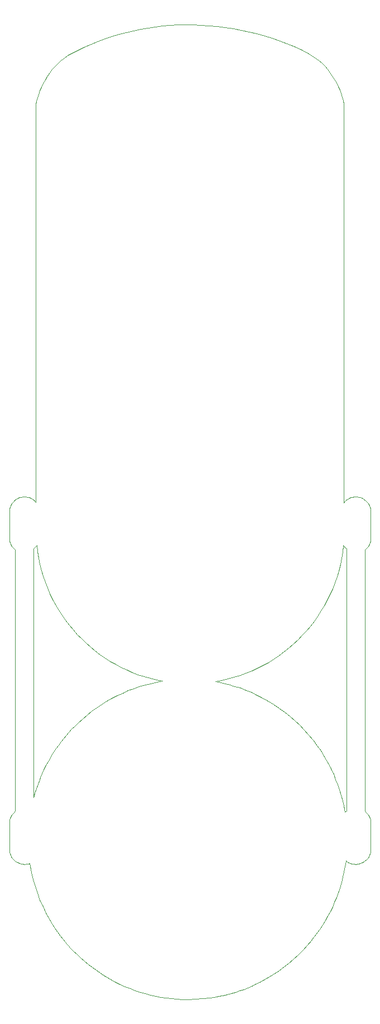
<source format=gbr>
%TF.GenerationSoftware,KiCad,Pcbnew,7.0.1*%
%TF.CreationDate,2023-08-28T07:49:40-05:00*%
%TF.ProjectId,BSidesKC23_Volunteer,42536964-6573-44b4-9332-335f566f6c75,1.1*%
%TF.SameCoordinates,Original*%
%TF.FileFunction,Profile,NP*%
%FSLAX46Y46*%
G04 Gerber Fmt 4.6, Leading zero omitted, Abs format (unit mm)*
G04 Created by KiCad (PCBNEW 7.0.1) date 2023-08-28 07:49:40*
%MOMM*%
%LPD*%
G01*
G04 APERTURE LIST*
%TA.AperFunction,Profile*%
%ADD10C,0.100000*%
%TD*%
G04 APERTURE END LIST*
D10*
X118496000Y-172619500D02*
X118639000Y-172441500D01*
X104811000Y-133505500D02*
X103909000Y-133331500D01*
X114317000Y-128825200D02*
X115051000Y-128239000D01*
X121703000Y-167489500D02*
X122019000Y-166776500D01*
X106865000Y-134041500D02*
X107700000Y-134290000D01*
X81330000Y-173100000D02*
X81680000Y-173480000D01*
X120932000Y-40440440D02*
X120520000Y-39969510D01*
X112778000Y-129909000D02*
X113559000Y-129382200D01*
X82581000Y-140098500D02*
X82139000Y-140553500D01*
X84613000Y-176232500D02*
X85204000Y-176691500D01*
X73558700Y-153001500D02*
X73349400Y-153185500D01*
X77791000Y-42579600D02*
X77522600Y-43127400D01*
X119457000Y-123387600D02*
X119971000Y-122598000D01*
X127110000Y-106294400D02*
X126981000Y-106122200D01*
X115752000Y-175477500D02*
X115796000Y-175437500D01*
X87059000Y-177960500D02*
X87331000Y-178126500D01*
X73205100Y-160234500D02*
X73349400Y-160392500D01*
X122312000Y-166053500D02*
X122581000Y-165321500D01*
X91336000Y-131943500D02*
X92220000Y-132279500D01*
X92517000Y-180452500D02*
X93296000Y-180681500D01*
X78791000Y-169464500D02*
X79177000Y-170106500D01*
X83598000Y-126835800D02*
X84269000Y-127477100D01*
X77755900Y-167474500D02*
X78240600Y-168462500D01*
X127448000Y-107095100D02*
X127393000Y-106880600D01*
X73205100Y-106122200D02*
X73076200Y-106294400D01*
X116713000Y-139955500D02*
X115980000Y-139261500D01*
X73349400Y-153185500D02*
X73205100Y-153344500D01*
X72793400Y-112253700D02*
X72869100Y-112459400D01*
X82930000Y-174748500D02*
X83476000Y-175259500D01*
X91747000Y-180196500D02*
X92517000Y-180452500D01*
X127483000Y-111817400D02*
X127494000Y-111589100D01*
X123421000Y-106204400D02*
X123421000Y-60092000D01*
X114050000Y-176852500D02*
X114373000Y-176610500D01*
X94797000Y-33978270D02*
X93681000Y-34138560D01*
X124983000Y-105317900D02*
X124761000Y-105352100D01*
X127393000Y-154102500D02*
X127317000Y-153896500D01*
X80996000Y-38720520D02*
X80503000Y-39114180D01*
X78773000Y-169433500D02*
X78791000Y-169464500D01*
X99734000Y-181554500D02*
X100861000Y-181528500D01*
X123541000Y-161680500D02*
X123642000Y-161083500D01*
X121508000Y-146643500D02*
X121510000Y-146643500D01*
X81742000Y-124759800D02*
X82333000Y-125476400D01*
X74480500Y-105352100D02*
X74266100Y-105407600D01*
X72793400Y-154102500D02*
X72737900Y-154316500D01*
X127483000Y-154539500D02*
X127448000Y-154317500D01*
X106620000Y-34270850D02*
X105410000Y-34090890D01*
X123369000Y-112677900D02*
X123369000Y-112677800D01*
X74974600Y-105306300D02*
X74930700Y-105306300D01*
X92393000Y-134099500D02*
X91538000Y-134389500D01*
X122005000Y-41962300D02*
X121675000Y-41440410D01*
X72963800Y-112655100D02*
X73076200Y-112839700D01*
X115928000Y-37001730D02*
X114813000Y-36529550D01*
X79668000Y-121667100D02*
X80141000Y-122472600D01*
X72692100Y-111589100D02*
X72703700Y-111817400D01*
X123961000Y-105690400D02*
X123788000Y-105819300D01*
X115219000Y-138596500D02*
X114430000Y-137964500D01*
X127223000Y-159877500D02*
X127317000Y-159681500D01*
X105708000Y-133714500D02*
X105706000Y-133714500D01*
X98915000Y-181540500D02*
X99734000Y-181554500D01*
X89047000Y-135447500D02*
X88244000Y-135862500D01*
X124547000Y-105407600D02*
X124341000Y-105483300D01*
X119788000Y-170882500D02*
X120215000Y-170229500D01*
X75202900Y-105317900D02*
X74974600Y-105306300D01*
X127393000Y-112253800D02*
X127448000Y-112039300D01*
X85068000Y-36611230D02*
X84047000Y-37061590D01*
X122626000Y-165195500D02*
X122626000Y-165194500D01*
X103909000Y-133331500D02*
X104870000Y-133153500D01*
X72737900Y-112039300D02*
X72793400Y-112253700D01*
X72963800Y-106479000D02*
X72869100Y-106674800D01*
X72737900Y-154316500D02*
X72703700Y-154539500D01*
X122574000Y-43030300D02*
X122305000Y-42493400D01*
X76749200Y-149558500D02*
X76530400Y-150252500D01*
X98099000Y-181499500D02*
X98915000Y-181540500D01*
X126628000Y-153001500D02*
X126628000Y-113354900D01*
X75845000Y-105483300D02*
X75639300Y-105407600D01*
X81140000Y-172870000D02*
X81330000Y-173100000D01*
X81887000Y-173676500D02*
X82401000Y-174220500D01*
X73076200Y-112839700D02*
X73205100Y-113011800D01*
X108851000Y-179774500D02*
X109458000Y-179516500D01*
X106350000Y-180635500D02*
X106985000Y-180445500D01*
X76927300Y-165443500D02*
X77318000Y-166467500D01*
X76288700Y-163345500D02*
X76584100Y-164402500D01*
X119342000Y-143021500D02*
X118733000Y-142214500D01*
X72963700Y-159877500D02*
X73076100Y-160062500D01*
X103106000Y-181319500D02*
X104218000Y-181136500D01*
X78818000Y-119996500D02*
X79227000Y-120841500D01*
X82333000Y-125476400D02*
X82952000Y-126168700D01*
X119622000Y-39105640D02*
X119137000Y-38720640D01*
X118090000Y-141433500D02*
X117417000Y-140680500D01*
X109458000Y-179516500D02*
X110059000Y-179242500D01*
X109017000Y-34734980D02*
X107823000Y-34485360D01*
X100861000Y-181528500D02*
X101986000Y-181449500D01*
X73680100Y-105690400D02*
X73508000Y-105819300D01*
X108640000Y-134670000D02*
X109350000Y-134940000D01*
X77250800Y-148188500D02*
X76989300Y-148870500D01*
X126678000Y-105819300D02*
X126506000Y-105690400D01*
X123369000Y-112677800D02*
X123486000Y-112830600D01*
X125255000Y-105306300D02*
X125212000Y-105306300D01*
X120520000Y-39969510D02*
X120083000Y-39523250D01*
X76333000Y-150951500D02*
X76333000Y-113156800D01*
X104405000Y-181100500D02*
X104406000Y-181100500D01*
X97042000Y-33762390D02*
X95918000Y-33852710D01*
X123421000Y-45731600D02*
X123421000Y-45704200D01*
X88039000Y-178534500D02*
X88759000Y-178917500D01*
X90376000Y-34822840D02*
X89291000Y-35117070D01*
X74266000Y-160948500D02*
X74480500Y-161004500D01*
X77522600Y-43127400D02*
X77287700Y-43676700D01*
X127393000Y-106880600D02*
X127317000Y-106674800D01*
X87196000Y-129766000D02*
X87984000Y-130265000D01*
X121510000Y-146643500D02*
X121509000Y-146642500D01*
X122626000Y-165193500D02*
X122816000Y-164617500D01*
X111976000Y-130404800D02*
X112778000Y-129909000D01*
X122816000Y-164617500D02*
X122991000Y-164036500D01*
X119787000Y-170884500D02*
X119788000Y-170882500D01*
X105708000Y-180807500D02*
X106350000Y-180635500D01*
X127483000Y-107317100D02*
X127448000Y-107095100D01*
X83041000Y-37541660D02*
X82052000Y-38050960D01*
X124404000Y-160898500D02*
X124596000Y-160963500D01*
X127317000Y-159681500D02*
X127393000Y-159475500D01*
X123505000Y-152705000D02*
X123555000Y-153130000D01*
X127448000Y-112039300D02*
X127483000Y-111817400D01*
X104219000Y-181136500D02*
X104405000Y-181100500D01*
X82952000Y-126168700D02*
X83598000Y-126835800D01*
X117203000Y-174081500D02*
X117865000Y-173362500D01*
X88217000Y-35443520D02*
X87155000Y-35801700D01*
X124795000Y-161011500D02*
X125001000Y-161040500D01*
X127110000Y-153516500D02*
X126981000Y-153344500D01*
X126322000Y-105578000D02*
X126126000Y-105483300D01*
X73864600Y-160778500D02*
X74060300Y-160873500D01*
X110059000Y-179242500D02*
X110653000Y-178950500D01*
X119203000Y-171707500D02*
X119735000Y-170960500D01*
X76225300Y-105690400D02*
X76040700Y-105578000D01*
X89490000Y-179275500D02*
X90233000Y-179608500D01*
X81711000Y-141017500D02*
X81296000Y-141491500D01*
X115796000Y-175437500D02*
X115797000Y-175437500D01*
X81513000Y-38364710D02*
X80996000Y-38720520D01*
X127483000Y-159039500D02*
X127494000Y-158811500D01*
X112777000Y-136799500D02*
X111913000Y-136268500D01*
X123417000Y-45676800D02*
X123320000Y-45164300D01*
X82401000Y-174220500D02*
X82930000Y-174748500D01*
X94135000Y-133617500D02*
X93259000Y-133841500D01*
X122626000Y-165194500D02*
X122626000Y-165193500D01*
X123085000Y-114624200D02*
X123247000Y-113657500D01*
X125705000Y-105352100D02*
X125483000Y-105317900D01*
X76686900Y-112813600D02*
X76816200Y-112641100D01*
X118912000Y-124154700D02*
X119457000Y-123387600D01*
X123788000Y-105819300D02*
X123630000Y-105963600D01*
X105817000Y-132935500D02*
X106749000Y-132681500D01*
X96478000Y-181334500D02*
X97287000Y-181430500D01*
X75424900Y-105352100D02*
X75202900Y-105317900D01*
X98170000Y-33707810D02*
X97042000Y-33762390D01*
X127448000Y-154317500D02*
X127393000Y-154102500D01*
X120966000Y-145590500D02*
X120460000Y-144710500D01*
X126837000Y-160392500D02*
X126981000Y-160234500D01*
X118102000Y-38064390D02*
X118101000Y-38063880D01*
X126126000Y-160873500D02*
X126321000Y-160778500D01*
X127494000Y-107545400D02*
X127483000Y-107317100D01*
X85204000Y-176691500D02*
X85808000Y-177133500D01*
X123727000Y-160483500D02*
X123881000Y-160608500D01*
X110653000Y-178950500D02*
X111238000Y-178642500D01*
X118733000Y-142214500D02*
X118090000Y-141433500D01*
X123881000Y-160608500D02*
X124045000Y-160720500D01*
X73864700Y-105578000D02*
X73680100Y-105690400D01*
X127317000Y-112459400D02*
X127393000Y-112253800D01*
X83035000Y-139653500D02*
X83035000Y-139654500D01*
X77794600Y-117354100D02*
X78101000Y-118252100D01*
X74980000Y-161055000D02*
X74680000Y-161030000D01*
X122055000Y-118343700D02*
X122368000Y-117437600D01*
X72869100Y-153896500D02*
X72793400Y-154102500D01*
X111375000Y-35341810D02*
X110202000Y-35020270D01*
X78765900Y-145070500D02*
X78459100Y-145618500D01*
X123555000Y-153130000D02*
X123830000Y-152930000D01*
X72869100Y-112459400D02*
X72963800Y-112655100D01*
X119971000Y-122598000D02*
X120454000Y-121786800D01*
X117417000Y-140680500D02*
X116713000Y-139955500D01*
X74060400Y-105483300D02*
X73864700Y-105578000D01*
X76707800Y-45838100D02*
X76707800Y-45861300D01*
X105060000Y-180962500D02*
X105708000Y-180807500D01*
X77287700Y-43676700D02*
X77087700Y-44223800D01*
X115051000Y-128239000D02*
X115761000Y-127624300D01*
X83035000Y-139654500D02*
X82581000Y-140098500D01*
X73349400Y-160392500D02*
X73507900Y-160537500D01*
X127494000Y-158811500D02*
X127494000Y-154767500D01*
X88793000Y-130733200D02*
X89622000Y-131169600D01*
X119736000Y-170959500D02*
X119787000Y-170885500D01*
X126506000Y-160666500D02*
X126678000Y-160537500D01*
X73205100Y-113011800D02*
X73349400Y-113170400D01*
X93120000Y-132581500D02*
X94037000Y-132846500D01*
X104218000Y-181136500D02*
X104219000Y-181136500D01*
X77318000Y-166467500D02*
X77755900Y-167474500D01*
X72692100Y-154767500D02*
X72692100Y-158810500D01*
X119735000Y-170960500D02*
X119736000Y-170959500D01*
X124341000Y-105483300D02*
X124145000Y-105578000D01*
X122195000Y-148195500D02*
X121866000Y-147415500D01*
X83037000Y-139651500D02*
X83035000Y-139653500D01*
X123151000Y-163452500D02*
X123296000Y-162865500D01*
X118630000Y-38372240D02*
X118102000Y-38064390D01*
X126837000Y-105963600D02*
X126678000Y-105819300D01*
X121003000Y-168883500D02*
X121365000Y-168192500D01*
X123830000Y-152930000D02*
X123826000Y-152803500D01*
X94968000Y-133074500D02*
X95914000Y-133265500D01*
X121675000Y-41440410D02*
X121317000Y-40932070D01*
X72692100Y-158810500D02*
X72703700Y-159039500D01*
X79227000Y-120841500D02*
X79668000Y-121667100D01*
X123320000Y-45164300D02*
X123186000Y-44639800D01*
X127110000Y-160062500D02*
X127223000Y-159877500D01*
X83476000Y-175259500D02*
X84037000Y-175754500D01*
X80007000Y-171351500D02*
X80390000Y-171890000D01*
X123224000Y-151395500D02*
X123010000Y-150584500D01*
X123486000Y-112830600D02*
X123616000Y-112972400D01*
X84469000Y-138390500D02*
X83768000Y-138983500D01*
X84037000Y-175754500D02*
X84613000Y-176232500D01*
X123630000Y-105963600D02*
X123421000Y-106204400D01*
X125920000Y-105407600D02*
X125705000Y-105352100D01*
X124145000Y-105578000D02*
X123961000Y-105690400D01*
X105410000Y-34090890D02*
X104194000Y-33944920D01*
X80894000Y-141974500D02*
X80506000Y-142467500D01*
X77887200Y-146738500D02*
X77622400Y-147311500D01*
X125001000Y-161040500D02*
X125212000Y-161050500D01*
X127223000Y-153700500D02*
X127110000Y-153516500D01*
X73076100Y-153516500D02*
X72963700Y-153700500D01*
X73076100Y-160062500D02*
X73205100Y-160234500D01*
X126678000Y-160537500D02*
X126837000Y-160392500D01*
X126981000Y-113011900D02*
X127110000Y-112839700D01*
X85686000Y-128678400D02*
X86430000Y-129236800D01*
X86430000Y-129236800D02*
X87196000Y-129766000D01*
X87456000Y-136308500D02*
X86683000Y-136784500D01*
X127223000Y-112655200D02*
X127317000Y-112459400D01*
X85189000Y-137825500D02*
X84469000Y-138390500D01*
X77289900Y-115511100D02*
X77523900Y-116440200D01*
X124596000Y-160963500D02*
X124795000Y-161011500D01*
X85808000Y-177133500D02*
X86427000Y-177556500D01*
X118101000Y-38063880D02*
X117024000Y-37512980D01*
X101751000Y-33752630D02*
X100526000Y-33705190D01*
X76040700Y-105578000D02*
X75845000Y-105483300D01*
X123410000Y-152214500D02*
X123224000Y-151395500D01*
X85928000Y-137289500D02*
X85189000Y-137825500D01*
X76935200Y-113610800D02*
X77093400Y-114567700D01*
X80503000Y-39114180D02*
X80034000Y-39541510D01*
X81680000Y-173480000D02*
X81887000Y-173676500D01*
X99300000Y-33689470D02*
X98170000Y-33707810D01*
X75797300Y-160891500D02*
X75580000Y-160980000D01*
X126837000Y-153185500D02*
X126628000Y-153001500D01*
X73508000Y-105819300D02*
X73349400Y-105963600D01*
X126126000Y-105483300D02*
X125920000Y-105407600D01*
X125255000Y-161050500D02*
X125483000Y-161038500D01*
X78101000Y-118252100D02*
X78442500Y-119133100D01*
X80720000Y-172340000D02*
X81140000Y-172870000D01*
X123826000Y-113156800D02*
X123826000Y-152803500D01*
X114430000Y-137964500D02*
X113616000Y-137364500D01*
X86105000Y-36191100D02*
X85068000Y-36611230D01*
X120905000Y-120955000D02*
X121322000Y-120103200D01*
X127494000Y-111589100D02*
X127494000Y-107545400D01*
X76555900Y-105963600D02*
X76397400Y-105819300D01*
X79087000Y-144532500D02*
X78765900Y-145070500D01*
X123410000Y-152214500D02*
X123505000Y-152705000D01*
X78091600Y-42037000D02*
X77791000Y-42579600D01*
X82139000Y-140553500D02*
X81711000Y-141017500D01*
X79177000Y-170106500D02*
X79582000Y-170735500D01*
X95918000Y-33852710D02*
X94797000Y-33978270D01*
X90470000Y-131573400D02*
X91336000Y-131943500D01*
X100526000Y-33705190D02*
X99300000Y-33689470D01*
X125705000Y-161004500D02*
X125920000Y-160948500D01*
X115072000Y-176056500D02*
X115752000Y-175477500D01*
X74480500Y-161004500D02*
X74680000Y-161030000D01*
X111238000Y-178642500D02*
X111817000Y-178317500D01*
X84047000Y-37061590D02*
X83041000Y-37541660D01*
X73558700Y-113354900D02*
X73558700Y-153001500D01*
X110202000Y-35020270D02*
X109017000Y-34734980D01*
X123296000Y-162865500D02*
X123426000Y-162274500D01*
X97287000Y-181430500D02*
X98099000Y-181499500D01*
X72793400Y-159475500D02*
X72869100Y-159681500D01*
X123010000Y-150584500D02*
X122767000Y-149780500D01*
X73680100Y-160666500D02*
X73864600Y-160778500D01*
X76816100Y-112641100D02*
X76935200Y-113610800D01*
X101986000Y-181449500D02*
X103106000Y-181319500D01*
X112535000Y-35700160D02*
X111375000Y-35341810D01*
X72692100Y-107545400D02*
X72692100Y-111589100D01*
X116513000Y-174773500D02*
X117203000Y-174081500D01*
X126321000Y-160778500D02*
X126506000Y-160666500D01*
X110100000Y-135330000D02*
X109350000Y-134940000D01*
X76923900Y-44765000D02*
X76797900Y-45296600D01*
X108236000Y-180015500D02*
X108851000Y-179774500D01*
X120460000Y-144710500D02*
X119918000Y-143853500D01*
X121365000Y-168192500D02*
X121703000Y-167489500D01*
X78442500Y-119133100D02*
X78818000Y-119996500D01*
X74702400Y-105317900D02*
X74480500Y-105352100D01*
X80645000Y-123257000D02*
X81179000Y-124019700D01*
X122884000Y-115577000D02*
X123085000Y-114624200D01*
X84965000Y-128091500D02*
X85686000Y-128678400D01*
X126506000Y-105690400D02*
X126322000Y-105578000D01*
X99300000Y-33689470D02*
X99300000Y-33689470D01*
X124045000Y-160720500D02*
X124220000Y-160817500D01*
X127317000Y-153896500D02*
X127223000Y-153700500D01*
X95674000Y-181211500D02*
X96478000Y-181334500D01*
X90695000Y-134710500D02*
X89864000Y-135063500D01*
X78459100Y-145618500D02*
X78166100Y-146174500D01*
X107665000Y-132389500D02*
X108564000Y-132061500D01*
X123186000Y-44639800D02*
X123016000Y-44107000D01*
X75639300Y-105407600D02*
X75424900Y-105352100D01*
X115980000Y-139261500D02*
X115219000Y-138596500D01*
X122645000Y-116515100D02*
X122884000Y-115577000D01*
X110100000Y-135330000D02*
X110470000Y-135510000D01*
X119918000Y-143853500D02*
X119342000Y-143021500D01*
X121317000Y-40932070D02*
X120932000Y-40440440D01*
X79421000Y-144002500D02*
X79087000Y-144532500D01*
X110840000Y-135680000D02*
X111913000Y-136268500D01*
X123016000Y-44107000D02*
X122812000Y-43569300D01*
X73076200Y-106294400D02*
X72963800Y-106479000D01*
X121436000Y-146493500D02*
X121435000Y-146492500D01*
X78166100Y-146174500D02*
X77887200Y-146738500D01*
X83768000Y-138983500D02*
X83086000Y-139606500D01*
X106985000Y-180445500D02*
X107614000Y-180239500D01*
X88244000Y-135862500D02*
X87456000Y-136308500D01*
X112387000Y-177976500D02*
X112949000Y-177618500D01*
X104870000Y-133153500D02*
X105817000Y-132935500D01*
X81179000Y-124019700D02*
X81742000Y-124759800D01*
X122991000Y-164036500D02*
X123151000Y-163452500D01*
X121866000Y-147415500D02*
X121508000Y-146643500D01*
X72703700Y-107317100D02*
X72692100Y-107545400D01*
X127393000Y-159475500D02*
X127448000Y-159261500D01*
X105706000Y-133714500D02*
X104811000Y-133505500D01*
X125483000Y-161038500D02*
X125705000Y-161004500D01*
X121509000Y-146642500D02*
X121508000Y-146640500D01*
X125212000Y-105306300D02*
X124983000Y-105317900D01*
X89622000Y-131169600D02*
X90470000Y-131573400D01*
X114813000Y-36529550D02*
X113682000Y-36095880D01*
X79582000Y-170735500D02*
X80007000Y-171351500D01*
X113559000Y-129382200D02*
X114317000Y-128825200D01*
X122368000Y-117437600D02*
X122645000Y-116515100D01*
X123616000Y-112972400D02*
X123826000Y-113156800D01*
X121508000Y-146640500D02*
X121436000Y-146493500D01*
X73349400Y-113170400D02*
X73558700Y-113354900D01*
X127223000Y-106479000D02*
X127110000Y-106294400D01*
X104194000Y-33944920D02*
X102974000Y-33832350D01*
X76333000Y-113156800D02*
X76542300Y-112972400D01*
X118496000Y-172619500D02*
X118496000Y-172619500D01*
X93296000Y-180681500D02*
X94082000Y-180884500D01*
X122019000Y-166776500D02*
X122312000Y-166053500D01*
X73507900Y-160537500D02*
X73680100Y-160666500D01*
X120454000Y-121786800D02*
X120905000Y-120955000D01*
X73349400Y-105963600D02*
X73205100Y-106122200D01*
X77523900Y-116440200D02*
X77794600Y-117354100D01*
X89864000Y-135063500D02*
X89047000Y-135447500D01*
X123247000Y-113657500D02*
X123369000Y-112677900D01*
X126981000Y-106122200D02*
X126837000Y-105963600D01*
X124761000Y-105352100D02*
X124547000Y-105407600D01*
X78784000Y-40983470D02*
X78422900Y-41503460D01*
X123421000Y-45704200D02*
X123417000Y-45676800D01*
X92220000Y-132279500D02*
X93120000Y-132581500D01*
X78422900Y-41503460D02*
X78091600Y-42037000D01*
X87155000Y-35801700D02*
X86105000Y-36191100D01*
X72737900Y-159261500D02*
X72793400Y-159475500D01*
X112949000Y-177618500D02*
X113504000Y-177243500D01*
X126981000Y-153344500D02*
X126837000Y-153185500D01*
X77622400Y-147311500D02*
X77371700Y-147893500D01*
X118639000Y-172441500D02*
X119203000Y-171707500D01*
X76584100Y-164402500D02*
X76927300Y-165443500D01*
X117734000Y-125618400D02*
X118338000Y-124898600D01*
X77087700Y-44223800D02*
X76923900Y-44765000D01*
X79174000Y-40480350D02*
X78784000Y-40983470D01*
X123369000Y-112677800D02*
X123369000Y-112677800D01*
X80034000Y-39541510D02*
X79591000Y-39998290D01*
X73205100Y-153344500D02*
X73076100Y-153516500D01*
X111817000Y-178317500D02*
X112387000Y-177976500D01*
X122495000Y-148983500D02*
X122195000Y-148195500D01*
X74060300Y-160873500D02*
X74266000Y-160948500D01*
X107700000Y-134290000D02*
X108640000Y-134670000D01*
X76989300Y-148870500D02*
X76749200Y-149558500D01*
X72869100Y-106674800D02*
X72793400Y-106880600D01*
X122581000Y-165321500D02*
X122626000Y-165195500D01*
X78772000Y-169431500D02*
X78773000Y-169433500D01*
X123642000Y-161083500D02*
X123727000Y-160483500D01*
X115761000Y-127624300D02*
X116445000Y-126982100D01*
X126628000Y-113354900D02*
X126837000Y-113170400D01*
X120215000Y-170229500D02*
X120620000Y-169562500D01*
X125920000Y-160948500D02*
X126126000Y-160873500D01*
X90985000Y-179915500D02*
X91747000Y-180196500D01*
X117024000Y-37512980D02*
X115928000Y-37001730D01*
X116445000Y-126982100D02*
X117103000Y-126313200D01*
X122812000Y-43569300D02*
X122574000Y-43030300D01*
X113504000Y-177243500D02*
X114050000Y-176852500D01*
X109445000Y-131697800D02*
X110309000Y-131300100D01*
X127110000Y-112839700D02*
X127223000Y-112655200D01*
X119137000Y-38720640D02*
X118630000Y-38372240D01*
X102974000Y-33832350D02*
X101751000Y-33752630D01*
X76041500Y-162273500D02*
X76288700Y-163345500D01*
X72963700Y-153700500D02*
X72869100Y-153896500D01*
X86427000Y-177556500D02*
X87059000Y-177960500D01*
X76397400Y-105819300D02*
X76225300Y-105690400D01*
X111152000Y-130868800D02*
X111976000Y-130404800D01*
X76710800Y-45814800D02*
X76707800Y-45838100D01*
X72869100Y-159681500D02*
X72963700Y-159877500D01*
X91470000Y-34561350D02*
X90376000Y-34822840D01*
X94875000Y-181061500D02*
X95674000Y-181211500D01*
X127494000Y-154767500D02*
X127483000Y-154539500D01*
X93259000Y-133841500D02*
X92393000Y-134099500D01*
X104406000Y-181100500D02*
X105060000Y-180962500D01*
X126837000Y-113170400D02*
X126981000Y-113011900D01*
X72703700Y-111817400D02*
X72737900Y-112039300D01*
X107614000Y-180239500D02*
X108236000Y-180015500D01*
X125483000Y-105317900D02*
X125255000Y-105306300D01*
X106865000Y-134041500D02*
X105857000Y-133753500D01*
X114373000Y-176610500D02*
X115072000Y-176056500D01*
X79591000Y-39998290D02*
X79174000Y-40480350D01*
X105857000Y-133753500D02*
X105708000Y-133714500D01*
X86683000Y-136784500D02*
X85928000Y-137289500D01*
X76707800Y-106131500D02*
X76555900Y-105963600D01*
X120083000Y-39523250D02*
X119622000Y-39105640D01*
X74266100Y-105407600D02*
X74060400Y-105483300D01*
X123426000Y-162274500D02*
X123541000Y-161680500D01*
X80390000Y-171890000D02*
X80720000Y-172340000D01*
X113616000Y-137364500D02*
X112777000Y-136799500D01*
X72703700Y-154539500D02*
X72692100Y-154767500D01*
X72793400Y-106880600D02*
X72737900Y-107095100D01*
X118338000Y-124898600D02*
X118912000Y-124154700D01*
X82052000Y-38050960D02*
X81513000Y-38364710D01*
X75580000Y-160980000D02*
X75280000Y-161030000D01*
X106749000Y-132681500D02*
X107665000Y-132389500D01*
X75797300Y-160891500D02*
X76041500Y-162273500D01*
X93681000Y-34138560D02*
X92572000Y-34333090D01*
X77371700Y-147893500D02*
X77250800Y-148188500D01*
X90233000Y-179608500D02*
X90985000Y-179915500D01*
X76542300Y-112972400D02*
X76686900Y-112813600D01*
X77093400Y-114567700D02*
X77289900Y-115511100D01*
X72703700Y-159039500D02*
X72737900Y-159261500D01*
X76707800Y-59962300D02*
X76707800Y-106131500D01*
X126981000Y-160234500D02*
X127110000Y-160062500D01*
X122305000Y-42493400D02*
X122005000Y-41962300D01*
X94037000Y-132846500D02*
X94968000Y-133074500D01*
X92572000Y-34333090D02*
X91470000Y-34561350D01*
X87331000Y-178126500D02*
X88039000Y-178534500D01*
X94082000Y-180884500D02*
X94875000Y-181061500D01*
X79769000Y-143481500D02*
X79421000Y-144002500D01*
X121706000Y-119232500D02*
X122055000Y-118343700D01*
X122767000Y-149780500D02*
X122495000Y-148983500D01*
X117103000Y-126313200D02*
X117734000Y-125618400D01*
X76707800Y-45861300D02*
X76707800Y-59962300D01*
X83086000Y-139606500D02*
X83037000Y-139651500D01*
X80506000Y-142467500D02*
X80131000Y-142969500D01*
X89291000Y-35117070D02*
X88217000Y-35443520D01*
X117865000Y-173362500D02*
X118496000Y-172619500D01*
X99300000Y-33689470D02*
X99300000Y-33689470D01*
X74930700Y-105306300D02*
X74702400Y-105317900D01*
X81296000Y-141491500D02*
X80894000Y-141974500D01*
X78240600Y-168462500D02*
X78772000Y-169431500D01*
X80131000Y-142969500D02*
X79769000Y-143481500D01*
X119787000Y-170885500D02*
X119787000Y-170884500D01*
X125212000Y-161050500D02*
X125255000Y-161050500D01*
X121322000Y-120103200D02*
X121706000Y-119232500D01*
X84269000Y-127477100D02*
X84965000Y-128091500D01*
X87984000Y-130265000D02*
X88793000Y-130733200D01*
X113682000Y-36095880D02*
X112535000Y-35700160D01*
X110309000Y-131300100D02*
X111152000Y-130868800D01*
X127317000Y-106674800D02*
X127223000Y-106479000D01*
X107823000Y-34485360D02*
X106620000Y-34270850D01*
X88759000Y-178917500D02*
X89490000Y-179275500D01*
X95914000Y-133265500D02*
X95020000Y-133424500D01*
X76530400Y-150252500D02*
X76333000Y-150951500D01*
X121435000Y-146492500D02*
X120966000Y-145590500D01*
X91538000Y-134389500D02*
X90695000Y-134710500D01*
X110470000Y-135510000D02*
X110840000Y-135680000D01*
X124220000Y-160817500D02*
X124404000Y-160898500D01*
X115797000Y-175437500D02*
X116513000Y-174773500D01*
X120620000Y-169562500D02*
X121003000Y-168883500D01*
X76797900Y-45296600D02*
X76710800Y-45814800D01*
X95020000Y-133424500D02*
X94135000Y-133617500D01*
X127448000Y-159261500D02*
X127483000Y-159039500D01*
X108564000Y-132061500D02*
X109445000Y-131697800D01*
X72737900Y-107095100D02*
X72703700Y-107317100D01*
X75280000Y-161030000D02*
X74980000Y-161055000D01*
X80141000Y-122472600D02*
X80645000Y-123257000D01*
X123421000Y-60092000D02*
X123421000Y-45731600D01*
M02*

</source>
